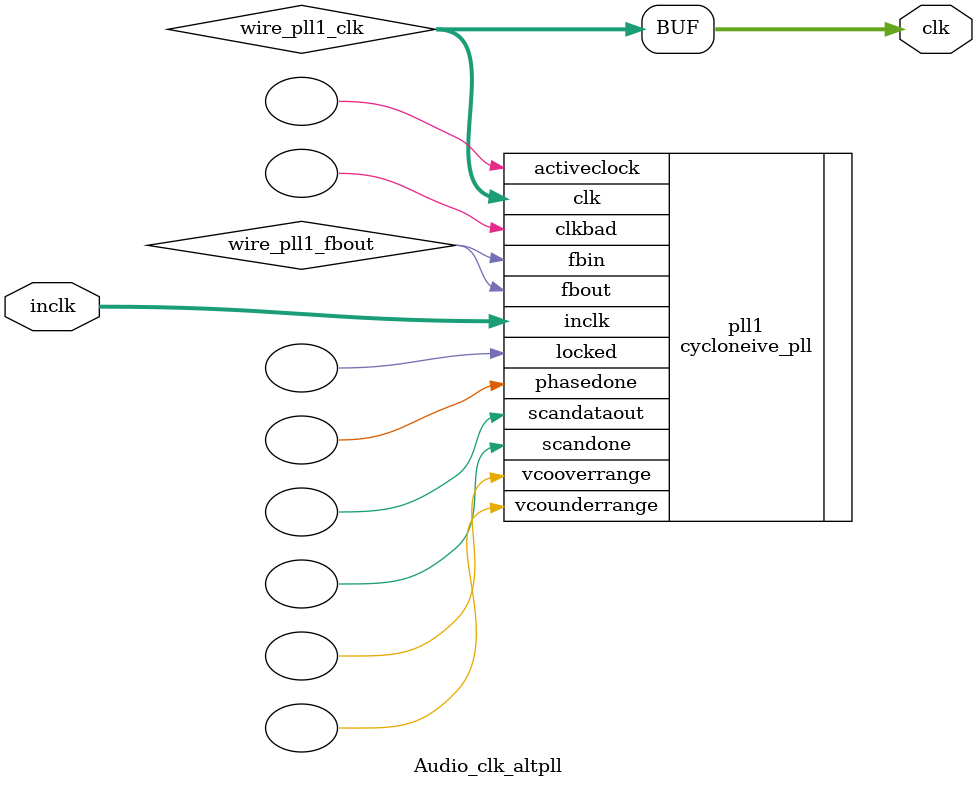
<source format=v>






//synthesis_resources = cycloneive_pll 1 
//synopsys translate_off
`timescale 1 ps / 1 ps
//synopsys translate_on
module  Audio_clk_altpll
	( 
	clk,
	inclk) /* synthesis synthesis_clearbox=1 */;
	output   [4:0]  clk;
	input   [1:0]  inclk;
`ifndef ALTERA_RESERVED_QIS
// synopsys translate_off
`endif
	tri0   [1:0]  inclk;
`ifndef ALTERA_RESERVED_QIS
// synopsys translate_on
`endif

	wire  [4:0]   wire_pll1_clk;
	wire  wire_pll1_fbout;

	cycloneive_pll   pll1
	( 
	.activeclock(),
	.clk(wire_pll1_clk),
	.clkbad(),
	.fbin(wire_pll1_fbout),
	.fbout(wire_pll1_fbout),
	.inclk(inclk),
	.locked(),
	.phasedone(),
	.scandataout(),
	.scandone(),
	.vcooverrange(),
	.vcounderrange()
	`ifndef FORMAL_VERIFICATION
	// synopsys translate_off
	`endif
	,
	.areset(1'b0),
	.clkswitch(1'b0),
	.configupdate(1'b0),
	.pfdena(1'b1),
	.phasecounterselect({3{1'b0}}),
	.phasestep(1'b0),
	.phaseupdown(1'b0),
	.scanclk(1'b0),
	.scanclkena(1'b1),
	.scandata(1'b0)
	`ifndef FORMAL_VERIFICATION
	// synopsys translate_on
	`endif
	);
	defparam
		pll1.bandwidth_type = "auto",
		pll1.clk0_divide_by = 3125,
		pll1.clk0_duty_cycle = 50,
		pll1.clk0_multiply_by = 768,
		pll1.clk0_phase_shift = "0",
		pll1.compensate_clock = "clk0",
		pll1.inclk0_input_frequency = 20000,
		pll1.operation_mode = "normal",
		pll1.pll_type = "auto",
		pll1.lpm_type = "cycloneive_pll";
	assign
		clk = {wire_pll1_clk[4:0]};
endmodule //Audio_clk_altpll
//VALID FILE

</source>
